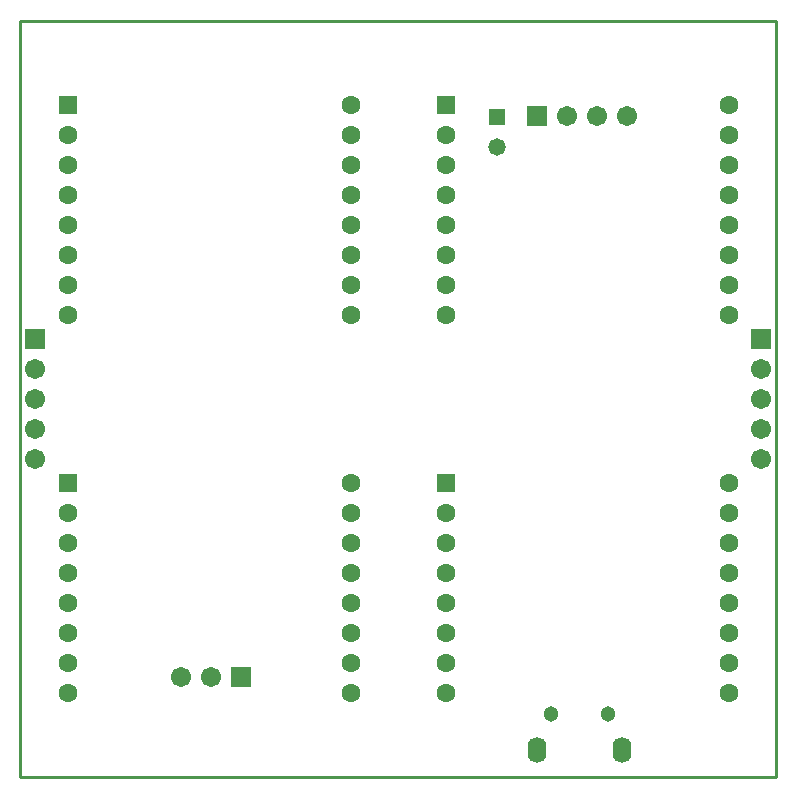
<source format=gts>
G04 Layer_Color=8388736*
%FSLAX25Y25*%
%MOIN*%
G70*
G01*
G75*
%ADD13C,0.01000*%
%ADD27O,0.06312X0.08674*%
%ADD28C,0.05131*%
%ADD29R,0.06706X0.06706*%
%ADD30C,0.06706*%
%ADD31C,0.05800*%
%ADD32R,0.05800X0.05800*%
%ADD33R,0.06706X0.06706*%
%ADD34C,0.06312*%
%ADD35R,0.06312X0.06312*%
D13*
X0Y252000D02*
X252000D01*
Y0D02*
Y252000D01*
X0Y0D02*
X252000D01*
X0D02*
Y252000D01*
D27*
X200624Y8928D02*
D03*
X172081D02*
D03*
D28*
X176753Y20750D02*
D03*
X195847D02*
D03*
D29*
X73600Y33100D02*
D03*
X172300Y220106D02*
D03*
D30*
X63600Y33100D02*
D03*
X53600D02*
D03*
X5000Y106000D02*
D03*
Y116000D02*
D03*
Y126000D02*
D03*
Y136000D02*
D03*
X247000Y106000D02*
D03*
Y116000D02*
D03*
Y126000D02*
D03*
Y136000D02*
D03*
X202300Y220106D02*
D03*
X192300D02*
D03*
X182300D02*
D03*
D31*
X158700Y210000D02*
D03*
D32*
Y220000D02*
D03*
D33*
X5000Y146000D02*
D03*
X247000D02*
D03*
D34*
X236244Y98000D02*
D03*
Y88000D02*
D03*
X141756D02*
D03*
Y78000D02*
D03*
Y68000D02*
D03*
Y58000D02*
D03*
Y48000D02*
D03*
Y38000D02*
D03*
X236244Y78000D02*
D03*
Y68000D02*
D03*
Y58000D02*
D03*
Y48000D02*
D03*
Y38000D02*
D03*
Y28000D02*
D03*
X141756D02*
D03*
X236244Y224000D02*
D03*
Y214000D02*
D03*
X141756D02*
D03*
Y204000D02*
D03*
Y194000D02*
D03*
Y184000D02*
D03*
Y174000D02*
D03*
Y164000D02*
D03*
X236244Y204000D02*
D03*
Y194000D02*
D03*
Y184000D02*
D03*
Y174000D02*
D03*
Y164000D02*
D03*
Y154000D02*
D03*
X141756D02*
D03*
X110244Y224000D02*
D03*
Y214000D02*
D03*
X15756D02*
D03*
Y204000D02*
D03*
Y194000D02*
D03*
Y184000D02*
D03*
Y174000D02*
D03*
Y164000D02*
D03*
X110244Y204000D02*
D03*
Y194000D02*
D03*
Y184000D02*
D03*
Y174000D02*
D03*
Y164000D02*
D03*
Y154000D02*
D03*
X15756D02*
D03*
X110244Y98000D02*
D03*
Y88000D02*
D03*
X15756D02*
D03*
Y78000D02*
D03*
Y68000D02*
D03*
Y58000D02*
D03*
Y48000D02*
D03*
Y38000D02*
D03*
X110244Y78000D02*
D03*
Y68000D02*
D03*
Y58000D02*
D03*
Y48000D02*
D03*
Y38000D02*
D03*
Y28000D02*
D03*
X15756D02*
D03*
D35*
X141756Y98000D02*
D03*
Y224000D02*
D03*
X15756D02*
D03*
Y98000D02*
D03*
M02*

</source>
